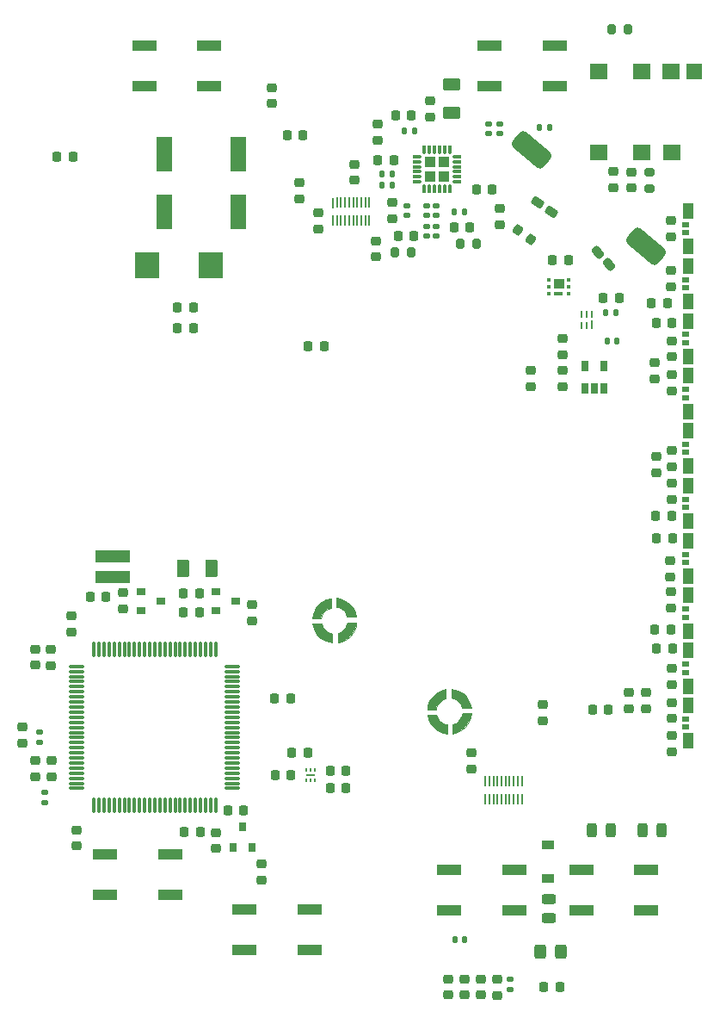
<source format=gbr>
G04 #@! TF.GenerationSoftware,KiCad,Pcbnew,6.0.2+dfsg-1*
G04 #@! TF.CreationDate,2022-08-23T15:38:09-04:00*
G04 #@! TF.ProjectId,RUSP_Mainboard,52555350-5f4d-4616-996e-626f6172642e,rev?*
G04 #@! TF.SameCoordinates,Original*
G04 #@! TF.FileFunction,Paste,Bot*
G04 #@! TF.FilePolarity,Positive*
%FSLAX46Y46*%
G04 Gerber Fmt 4.6, Leading zero omitted, Abs format (unit mm)*
G04 Created by KiCad (PCBNEW 6.0.2+dfsg-1) date 2022-08-23 15:38:09*
%MOMM*%
%LPD*%
G01*
G04 APERTURE LIST*
G04 Aperture macros list*
%AMRoundRect*
0 Rectangle with rounded corners*
0 $1 Rounding radius*
0 $2 $3 $4 $5 $6 $7 $8 $9 X,Y pos of 4 corners*
0 Add a 4 corners polygon primitive as box body*
4,1,4,$2,$3,$4,$5,$6,$7,$8,$9,$2,$3,0*
0 Add four circle primitives for the rounded corners*
1,1,$1+$1,$2,$3*
1,1,$1+$1,$4,$5*
1,1,$1+$1,$6,$7*
1,1,$1+$1,$8,$9*
0 Add four rect primitives between the rounded corners*
20,1,$1+$1,$2,$3,$4,$5,0*
20,1,$1+$1,$4,$5,$6,$7,0*
20,1,$1+$1,$6,$7,$8,$9,0*
20,1,$1+$1,$8,$9,$2,$3,0*%
%AMFreePoly0*
4,1,10,0.140000,0.000000,0.121244,-0.070000,0.070000,-0.121244,0.000000,-0.140000,-0.070000,-0.121244,-0.121244,-0.070000,-0.140000,0.000000,-0.140000,0.710000,0.140000,0.710000,0.140000,0.000000,0.140000,0.000000,$1*%
G04 Aperture macros list end*
%ADD10C,0.100000*%
%ADD11C,0.010000*%
%ADD12R,0.900000X0.800000*%
%ADD13RoundRect,0.218750X-0.256250X0.218750X-0.256250X-0.218750X0.256250X-0.218750X0.256250X0.218750X0*%
%ADD14RoundRect,0.218750X-0.218750X-0.256250X0.218750X-0.256250X0.218750X0.256250X-0.218750X0.256250X0*%
%ADD15RoundRect,0.218750X0.218750X0.256250X-0.218750X0.256250X-0.218750X-0.256250X0.218750X-0.256250X0*%
%ADD16RoundRect,0.218750X0.256250X-0.218750X0.256250X0.218750X-0.256250X0.218750X-0.256250X-0.218750X0*%
%ADD17RoundRect,0.147500X0.172500X-0.147500X0.172500X0.147500X-0.172500X0.147500X-0.172500X-0.147500X0*%
%ADD18RoundRect,0.147500X0.147500X0.172500X-0.147500X0.172500X-0.147500X-0.172500X0.147500X-0.172500X0*%
%ADD19RoundRect,0.147500X-0.172500X0.147500X-0.172500X-0.147500X0.172500X-0.147500X0.172500X0.147500X0*%
%ADD20RoundRect,0.225000X-0.250000X0.225000X-0.250000X-0.225000X0.250000X-0.225000X0.250000X0.225000X0*%
%ADD21RoundRect,0.225000X-0.225000X-0.250000X0.225000X-0.250000X0.225000X0.250000X-0.225000X0.250000X0*%
%ADD22R,1.600000X3.500000*%
%ADD23R,2.400000X1.100000*%
%ADD24R,1.600000X1.600000*%
%ADD25R,1.800000X1.600000*%
%ADD26RoundRect,0.243750X-0.243750X-0.456250X0.243750X-0.456250X0.243750X0.456250X-0.243750X0.456250X0*%
%ADD27RoundRect,0.225000X0.225000X0.250000X-0.225000X0.250000X-0.225000X-0.250000X0.225000X-0.250000X0*%
%ADD28R,0.800000X0.500000*%
%ADD29R,1.000000X1.500000*%
%ADD30RoundRect,0.250000X0.375000X0.625000X-0.375000X0.625000X-0.375000X-0.625000X0.375000X-0.625000X0*%
%ADD31R,1.100000X1.100000*%
%ADD32FreePoly0,90.000000*%
%ADD33FreePoly0,0.000000*%
%ADD34FreePoly0,270.000000*%
%ADD35FreePoly0,180.000000*%
%ADD36RoundRect,0.147500X-0.147500X-0.172500X0.147500X-0.172500X0.147500X0.172500X-0.147500X0.172500X0*%
%ADD37RoundRect,0.212500X0.425571X-0.155068X-0.109734X0.439448X-0.425571X0.155068X0.109734X-0.439448X0*%
%ADD38RoundRect,0.200000X-0.200000X-0.275000X0.200000X-0.275000X0.200000X0.275000X-0.200000X0.275000X0*%
%ADD39R,0.280000X0.850000*%
%ADD40R,0.280000X0.750000*%
%ADD41R,0.450000X0.300000*%
%ADD42R,3.400000X1.200000*%
%ADD43R,0.650000X1.060000*%
%ADD44RoundRect,0.243750X-0.456250X0.243750X-0.456250X-0.243750X0.456250X-0.243750X0.456250X0.243750X0*%
%ADD45R,2.370000X2.550000*%
%ADD46R,1.200000X0.900000*%
%ADD47R,0.180000X1.100000*%
%ADD48R,0.180000X1.000000*%
%ADD49RoundRect,0.249999X0.325001X0.450001X-0.325001X0.450001X-0.325001X-0.450001X0.325001X-0.450001X0*%
%ADD50R,0.800000X0.900000*%
%ADD51RoundRect,0.250000X0.625000X-0.375000X0.625000X0.375000X-0.625000X0.375000X-0.625000X-0.375000X0*%
%ADD52RoundRect,0.218750X-0.326168X-0.084438X0.032211X-0.335378X0.326168X0.084438X-0.032211X0.335378X0*%
%ADD53RoundRect,0.212500X0.449546X-0.055361X-0.205776X0.403500X-0.449546X0.055361X0.205776X-0.403500X0*%
%ADD54R,0.940000X0.250000*%
%ADD55R,0.180000X0.350000*%
%ADD56RoundRect,0.070000X0.070000X-0.667500X0.070000X0.667500X-0.070000X0.667500X-0.070000X-0.667500X0*%
%ADD57RoundRect,0.070000X0.667500X-0.070000X0.667500X0.070000X-0.667500X0.070000X-0.667500X-0.070000X0*%
%ADD58RoundRect,0.500000X1.470460X-0.581159X-0.827673X1.347204X-1.470460X0.581159X0.827673X-1.347204X0*%
%ADD59RoundRect,0.200000X0.200000X0.275000X-0.200000X0.275000X-0.200000X-0.275000X0.200000X-0.275000X0*%
%ADD60RoundRect,0.200000X-0.275000X0.200000X-0.275000X-0.200000X0.275000X-0.200000X0.275000X0.200000X0*%
G04 APERTURE END LIST*
D10*
X146300000Y-117550000D02*
X146750000Y-117300000D01*
X146750000Y-117300000D02*
X147050000Y-117050000D01*
X147050000Y-117050000D02*
X147300000Y-116750000D01*
X147300000Y-116750000D02*
X147525000Y-116325000D01*
X147525000Y-116325000D02*
X147625000Y-116025000D01*
X147625000Y-116025000D02*
X147675000Y-115700000D01*
X147675000Y-115700000D02*
X146800000Y-115700000D01*
X146800000Y-115700000D02*
X146750000Y-115925000D01*
X146750000Y-115925000D02*
X146625000Y-116175000D01*
X146625000Y-116175000D02*
X146400000Y-116450000D01*
X146400000Y-116450000D02*
X146150000Y-116650000D01*
X146150000Y-116650000D02*
X145850000Y-116750000D01*
X145850000Y-116750000D02*
X145850000Y-117675000D01*
X145850000Y-117675000D02*
X146300000Y-117550000D01*
G36*
X147625000Y-116025000D02*
G01*
X147525000Y-116325000D01*
X147300000Y-116750000D01*
X147050000Y-117050000D01*
X146750000Y-117300000D01*
X146300000Y-117550000D01*
X145850000Y-117675000D01*
X145850000Y-116750000D01*
X146150000Y-116650000D01*
X146400000Y-116450000D01*
X146625000Y-116175000D01*
X146750000Y-115925000D01*
X146800000Y-115700000D01*
X147675000Y-115700000D01*
X147625000Y-116025000D01*
G37*
X147625000Y-116025000D02*
X147525000Y-116325000D01*
X147300000Y-116750000D01*
X147050000Y-117050000D01*
X146750000Y-117300000D01*
X146300000Y-117550000D01*
X145850000Y-117675000D01*
X145850000Y-116750000D01*
X146150000Y-116650000D01*
X146400000Y-116450000D01*
X146625000Y-116175000D01*
X146750000Y-115925000D01*
X146800000Y-115700000D01*
X147675000Y-115700000D01*
X147625000Y-116025000D01*
X144700000Y-113450000D02*
X144250000Y-113700000D01*
X144250000Y-113700000D02*
X143950000Y-113950000D01*
X143950000Y-113950000D02*
X143700000Y-114250000D01*
X143700000Y-114250000D02*
X143475000Y-114675000D01*
X143475000Y-114675000D02*
X143375000Y-114975000D01*
X143375000Y-114975000D02*
X143325000Y-115300000D01*
X143325000Y-115300000D02*
X144200000Y-115300000D01*
X144200000Y-115300000D02*
X144250000Y-115075000D01*
X144250000Y-115075000D02*
X144375000Y-114825000D01*
X144375000Y-114825000D02*
X144600000Y-114550000D01*
X144600000Y-114550000D02*
X144850000Y-114350000D01*
X144850000Y-114350000D02*
X145150000Y-114250000D01*
X145150000Y-114250000D02*
X145150000Y-113325000D01*
X145150000Y-113325000D02*
X144700000Y-113450000D01*
G36*
X145150000Y-114250000D02*
G01*
X144850000Y-114350000D01*
X144600000Y-114550000D01*
X144375000Y-114825000D01*
X144250000Y-115075000D01*
X144200000Y-115300000D01*
X143325000Y-115300000D01*
X143375000Y-114975000D01*
X143475000Y-114675000D01*
X143700000Y-114250000D01*
X143950000Y-113950000D01*
X144250000Y-113700000D01*
X144700000Y-113450000D01*
X145150000Y-113325000D01*
X145150000Y-114250000D01*
G37*
X145150000Y-114250000D02*
X144850000Y-114350000D01*
X144600000Y-114550000D01*
X144375000Y-114825000D01*
X144250000Y-115075000D01*
X144200000Y-115300000D01*
X143325000Y-115300000D01*
X143375000Y-114975000D01*
X143475000Y-114675000D01*
X143700000Y-114250000D01*
X143950000Y-113950000D01*
X144250000Y-113700000D01*
X144700000Y-113450000D01*
X145150000Y-113325000D01*
X145150000Y-114250000D01*
X146300000Y-117550000D02*
X146750000Y-117300000D01*
X146750000Y-117300000D02*
X147050000Y-117050000D01*
X147050000Y-117050000D02*
X147300000Y-116750000D01*
X147300000Y-116750000D02*
X147525000Y-116325000D01*
X147525000Y-116325000D02*
X147625000Y-116025000D01*
X147625000Y-116025000D02*
X147675000Y-115700000D01*
X147675000Y-115700000D02*
X146800000Y-115700000D01*
X146800000Y-115700000D02*
X146750000Y-115925000D01*
X146750000Y-115925000D02*
X146625000Y-116175000D01*
X146625000Y-116175000D02*
X146400000Y-116450000D01*
X146400000Y-116450000D02*
X146150000Y-116650000D01*
X146150000Y-116650000D02*
X145850000Y-116750000D01*
X145850000Y-116750000D02*
X145850000Y-117675000D01*
X145850000Y-117675000D02*
X146300000Y-117550000D01*
G36*
X147625000Y-116025000D02*
G01*
X147525000Y-116325000D01*
X147300000Y-116750000D01*
X147050000Y-117050000D01*
X146750000Y-117300000D01*
X146300000Y-117550000D01*
X145850000Y-117675000D01*
X145850000Y-116750000D01*
X146150000Y-116650000D01*
X146400000Y-116450000D01*
X146625000Y-116175000D01*
X146750000Y-115925000D01*
X146800000Y-115700000D01*
X147675000Y-115700000D01*
X147625000Y-116025000D01*
G37*
X147625000Y-116025000D02*
X147525000Y-116325000D01*
X147300000Y-116750000D01*
X147050000Y-117050000D01*
X146750000Y-117300000D01*
X146300000Y-117550000D01*
X145850000Y-117675000D01*
X145850000Y-116750000D01*
X146150000Y-116650000D01*
X146400000Y-116450000D01*
X146625000Y-116175000D01*
X146750000Y-115925000D01*
X146800000Y-115700000D01*
X147675000Y-115700000D01*
X147625000Y-116025000D01*
X147550000Y-114675000D02*
X147300000Y-114225000D01*
X147300000Y-114225000D02*
X147050000Y-113925000D01*
X147050000Y-113925000D02*
X146750000Y-113675000D01*
X146750000Y-113675000D02*
X146325000Y-113450000D01*
X146325000Y-113450000D02*
X146025000Y-113350000D01*
X146025000Y-113350000D02*
X145700000Y-113300000D01*
X145700000Y-113300000D02*
X145700000Y-114175000D01*
X145700000Y-114175000D02*
X145925000Y-114225000D01*
X145925000Y-114225000D02*
X146175000Y-114350000D01*
X146175000Y-114350000D02*
X146450000Y-114575000D01*
X146450000Y-114575000D02*
X146650000Y-114825000D01*
X146650000Y-114825000D02*
X146750000Y-115125000D01*
X146750000Y-115125000D02*
X147675000Y-115125000D01*
X147675000Y-115125000D02*
X147550000Y-114675000D01*
G36*
X146025000Y-113350000D02*
G01*
X146325000Y-113450000D01*
X146750000Y-113675000D01*
X147050000Y-113925000D01*
X147300000Y-114225000D01*
X147550000Y-114675000D01*
X147675000Y-115125000D01*
X146750000Y-115125000D01*
X146650000Y-114825000D01*
X146450000Y-114575000D01*
X146175000Y-114350000D01*
X145925000Y-114225000D01*
X145700000Y-114175000D01*
X145700000Y-113300000D01*
X146025000Y-113350000D01*
G37*
X146025000Y-113350000D02*
X146325000Y-113450000D01*
X146750000Y-113675000D01*
X147050000Y-113925000D01*
X147300000Y-114225000D01*
X147550000Y-114675000D01*
X147675000Y-115125000D01*
X146750000Y-115125000D01*
X146650000Y-114825000D01*
X146450000Y-114575000D01*
X146175000Y-114350000D01*
X145925000Y-114225000D01*
X145700000Y-114175000D01*
X145700000Y-113300000D01*
X146025000Y-113350000D01*
X143450000Y-116300000D02*
X143700000Y-116750000D01*
X143700000Y-116750000D02*
X143950000Y-117050000D01*
X143950000Y-117050000D02*
X144250000Y-117300000D01*
X144250000Y-117300000D02*
X144675000Y-117525000D01*
X144675000Y-117525000D02*
X144975000Y-117625000D01*
X144975000Y-117625000D02*
X145300000Y-117675000D01*
X145300000Y-117675000D02*
X145300000Y-116800000D01*
X145300000Y-116800000D02*
X145075000Y-116750000D01*
X145075000Y-116750000D02*
X144825000Y-116625000D01*
X144825000Y-116625000D02*
X144550000Y-116400000D01*
X144550000Y-116400000D02*
X144350000Y-116150000D01*
X144350000Y-116150000D02*
X144250000Y-115850000D01*
X144250000Y-115850000D02*
X143325000Y-115850000D01*
X143325000Y-115850000D02*
X143450000Y-116300000D01*
G36*
X144350000Y-116150000D02*
G01*
X144550000Y-116400000D01*
X144825000Y-116625000D01*
X145075000Y-116750000D01*
X145300000Y-116800000D01*
X145300000Y-117675000D01*
X144975000Y-117625000D01*
X144675000Y-117525000D01*
X144250000Y-117300000D01*
X143950000Y-117050000D01*
X143700000Y-116750000D01*
X143450000Y-116300000D01*
X143325000Y-115850000D01*
X144250000Y-115850000D01*
X144350000Y-116150000D01*
G37*
X144350000Y-116150000D02*
X144550000Y-116400000D01*
X144825000Y-116625000D01*
X145075000Y-116750000D01*
X145300000Y-116800000D01*
X145300000Y-117675000D01*
X144975000Y-117625000D01*
X144675000Y-117525000D01*
X144250000Y-117300000D01*
X143950000Y-117050000D01*
X143700000Y-116750000D01*
X143450000Y-116300000D01*
X143325000Y-115850000D01*
X144250000Y-115850000D01*
X144350000Y-116150000D01*
X156000000Y-122400000D02*
X155550000Y-122650000D01*
X155550000Y-122650000D02*
X155250000Y-122900000D01*
X155250000Y-122900000D02*
X155000000Y-123200000D01*
X155000000Y-123200000D02*
X154775000Y-123625000D01*
X154775000Y-123625000D02*
X154675000Y-123925000D01*
X154675000Y-123925000D02*
X154625000Y-124250000D01*
X154625000Y-124250000D02*
X155500000Y-124250000D01*
X155500000Y-124250000D02*
X155550000Y-124025000D01*
X155550000Y-124025000D02*
X155675000Y-123775000D01*
X155675000Y-123775000D02*
X155900000Y-123500000D01*
X155900000Y-123500000D02*
X156150000Y-123300000D01*
X156150000Y-123300000D02*
X156450000Y-123200000D01*
X156450000Y-123200000D02*
X156450000Y-122275000D01*
X156450000Y-122275000D02*
X156000000Y-122400000D01*
G36*
X156450000Y-123200000D02*
G01*
X156150000Y-123300000D01*
X155900000Y-123500000D01*
X155675000Y-123775000D01*
X155550000Y-124025000D01*
X155500000Y-124250000D01*
X154625000Y-124250000D01*
X154675000Y-123925000D01*
X154775000Y-123625000D01*
X155000000Y-123200000D01*
X155250000Y-122900000D01*
X155550000Y-122650000D01*
X156000000Y-122400000D01*
X156450000Y-122275000D01*
X156450000Y-123200000D01*
G37*
X156450000Y-123200000D02*
X156150000Y-123300000D01*
X155900000Y-123500000D01*
X155675000Y-123775000D01*
X155550000Y-124025000D01*
X155500000Y-124250000D01*
X154625000Y-124250000D01*
X154675000Y-123925000D01*
X154775000Y-123625000D01*
X155000000Y-123200000D01*
X155250000Y-122900000D01*
X155550000Y-122650000D01*
X156000000Y-122400000D01*
X156450000Y-122275000D01*
X156450000Y-123200000D01*
X157600000Y-126500000D02*
X158050000Y-126250000D01*
X158050000Y-126250000D02*
X158350000Y-126000000D01*
X158350000Y-126000000D02*
X158600000Y-125700000D01*
X158600000Y-125700000D02*
X158825000Y-125275000D01*
X158825000Y-125275000D02*
X158925000Y-124975000D01*
X158925000Y-124975000D02*
X158975000Y-124650000D01*
X158975000Y-124650000D02*
X158100000Y-124650000D01*
X158100000Y-124650000D02*
X158050000Y-124875000D01*
X158050000Y-124875000D02*
X157925000Y-125125000D01*
X157925000Y-125125000D02*
X157700000Y-125400000D01*
X157700000Y-125400000D02*
X157450000Y-125600000D01*
X157450000Y-125600000D02*
X157150000Y-125700000D01*
X157150000Y-125700000D02*
X157150000Y-126625000D01*
X157150000Y-126625000D02*
X157600000Y-126500000D01*
G36*
X158925000Y-124975000D02*
G01*
X158825000Y-125275000D01*
X158600000Y-125700000D01*
X158350000Y-126000000D01*
X158050000Y-126250000D01*
X157600000Y-126500000D01*
X157150000Y-126625000D01*
X157150000Y-125700000D01*
X157450000Y-125600000D01*
X157700000Y-125400000D01*
X157925000Y-125125000D01*
X158050000Y-124875000D01*
X158100000Y-124650000D01*
X158975000Y-124650000D01*
X158925000Y-124975000D01*
G37*
X158925000Y-124975000D02*
X158825000Y-125275000D01*
X158600000Y-125700000D01*
X158350000Y-126000000D01*
X158050000Y-126250000D01*
X157600000Y-126500000D01*
X157150000Y-126625000D01*
X157150000Y-125700000D01*
X157450000Y-125600000D01*
X157700000Y-125400000D01*
X157925000Y-125125000D01*
X158050000Y-124875000D01*
X158100000Y-124650000D01*
X158975000Y-124650000D01*
X158925000Y-124975000D01*
X154750000Y-125250000D02*
X155000000Y-125700000D01*
X155000000Y-125700000D02*
X155250000Y-126000000D01*
X155250000Y-126000000D02*
X155550000Y-126250000D01*
X155550000Y-126250000D02*
X155975000Y-126475000D01*
X155975000Y-126475000D02*
X156275000Y-126575000D01*
X156275000Y-126575000D02*
X156600000Y-126625000D01*
X156600000Y-126625000D02*
X156600000Y-125750000D01*
X156600000Y-125750000D02*
X156375000Y-125700000D01*
X156375000Y-125700000D02*
X156125000Y-125575000D01*
X156125000Y-125575000D02*
X155850000Y-125350000D01*
X155850000Y-125350000D02*
X155650000Y-125100000D01*
X155650000Y-125100000D02*
X155550000Y-124800000D01*
X155550000Y-124800000D02*
X154625000Y-124800000D01*
X154625000Y-124800000D02*
X154750000Y-125250000D01*
G36*
X155650000Y-125100000D02*
G01*
X155850000Y-125350000D01*
X156125000Y-125575000D01*
X156375000Y-125700000D01*
X156600000Y-125750000D01*
X156600000Y-126625000D01*
X156275000Y-126575000D01*
X155975000Y-126475000D01*
X155550000Y-126250000D01*
X155250000Y-126000000D01*
X155000000Y-125700000D01*
X154750000Y-125250000D01*
X154625000Y-124800000D01*
X155550000Y-124800000D01*
X155650000Y-125100000D01*
G37*
X155650000Y-125100000D02*
X155850000Y-125350000D01*
X156125000Y-125575000D01*
X156375000Y-125700000D01*
X156600000Y-125750000D01*
X156600000Y-126625000D01*
X156275000Y-126575000D01*
X155975000Y-126475000D01*
X155550000Y-126250000D01*
X155250000Y-126000000D01*
X155000000Y-125700000D01*
X154750000Y-125250000D01*
X154625000Y-124800000D01*
X155550000Y-124800000D01*
X155650000Y-125100000D01*
X157600000Y-126500000D02*
X158050000Y-126250000D01*
X158050000Y-126250000D02*
X158350000Y-126000000D01*
X158350000Y-126000000D02*
X158600000Y-125700000D01*
X158600000Y-125700000D02*
X158825000Y-125275000D01*
X158825000Y-125275000D02*
X158925000Y-124975000D01*
X158925000Y-124975000D02*
X158975000Y-124650000D01*
X158975000Y-124650000D02*
X158100000Y-124650000D01*
X158100000Y-124650000D02*
X158050000Y-124875000D01*
X158050000Y-124875000D02*
X157925000Y-125125000D01*
X157925000Y-125125000D02*
X157700000Y-125400000D01*
X157700000Y-125400000D02*
X157450000Y-125600000D01*
X157450000Y-125600000D02*
X157150000Y-125700000D01*
X157150000Y-125700000D02*
X157150000Y-126625000D01*
X157150000Y-126625000D02*
X157600000Y-126500000D01*
G36*
X158925000Y-124975000D02*
G01*
X158825000Y-125275000D01*
X158600000Y-125700000D01*
X158350000Y-126000000D01*
X158050000Y-126250000D01*
X157600000Y-126500000D01*
X157150000Y-126625000D01*
X157150000Y-125700000D01*
X157450000Y-125600000D01*
X157700000Y-125400000D01*
X157925000Y-125125000D01*
X158050000Y-124875000D01*
X158100000Y-124650000D01*
X158975000Y-124650000D01*
X158925000Y-124975000D01*
G37*
X158925000Y-124975000D02*
X158825000Y-125275000D01*
X158600000Y-125700000D01*
X158350000Y-126000000D01*
X158050000Y-126250000D01*
X157600000Y-126500000D01*
X157150000Y-126625000D01*
X157150000Y-125700000D01*
X157450000Y-125600000D01*
X157700000Y-125400000D01*
X157925000Y-125125000D01*
X158050000Y-124875000D01*
X158100000Y-124650000D01*
X158975000Y-124650000D01*
X158925000Y-124975000D01*
X158850000Y-123625000D02*
X158600000Y-123175000D01*
X158600000Y-123175000D02*
X158350000Y-122875000D01*
X158350000Y-122875000D02*
X158050000Y-122625000D01*
X158050000Y-122625000D02*
X157625000Y-122400000D01*
X157625000Y-122400000D02*
X157325000Y-122300000D01*
X157325000Y-122300000D02*
X157000000Y-122250000D01*
X157000000Y-122250000D02*
X157000000Y-123125000D01*
X157000000Y-123125000D02*
X157225000Y-123175000D01*
X157225000Y-123175000D02*
X157475000Y-123300000D01*
X157475000Y-123300000D02*
X157750000Y-123525000D01*
X157750000Y-123525000D02*
X157950000Y-123775000D01*
X157950000Y-123775000D02*
X158050000Y-124075000D01*
X158050000Y-124075000D02*
X158975000Y-124075000D01*
X158975000Y-124075000D02*
X158850000Y-123625000D01*
G36*
X157325000Y-122300000D02*
G01*
X157625000Y-122400000D01*
X158050000Y-122625000D01*
X158350000Y-122875000D01*
X158600000Y-123175000D01*
X158850000Y-123625000D01*
X158975000Y-124075000D01*
X158050000Y-124075000D01*
X157950000Y-123775000D01*
X157750000Y-123525000D01*
X157475000Y-123300000D01*
X157225000Y-123175000D01*
X157000000Y-123125000D01*
X157000000Y-122250000D01*
X157325000Y-122300000D01*
G37*
X157325000Y-122300000D02*
X157625000Y-122400000D01*
X158050000Y-122625000D01*
X158350000Y-122875000D01*
X158600000Y-123175000D01*
X158850000Y-123625000D01*
X158975000Y-124075000D01*
X158050000Y-124075000D01*
X157950000Y-123775000D01*
X157750000Y-123525000D01*
X157475000Y-123300000D01*
X157225000Y-123175000D01*
X157000000Y-123125000D01*
X157000000Y-122250000D01*
X157325000Y-122300000D01*
D11*
X168000000Y-81945000D02*
X167200000Y-81945000D01*
X167200000Y-81945000D02*
X167197383Y-81945069D01*
X167197383Y-81945069D02*
X167194774Y-81945274D01*
X167194774Y-81945274D02*
X167192178Y-81945616D01*
X167192178Y-81945616D02*
X167189604Y-81946093D01*
X167189604Y-81946093D02*
X167187059Y-81946704D01*
X167187059Y-81946704D02*
X167184549Y-81947447D01*
X167184549Y-81947447D02*
X167182082Y-81948321D01*
X167182082Y-81948321D02*
X167179663Y-81949323D01*
X167179663Y-81949323D02*
X167177300Y-81950450D01*
X167177300Y-81950450D02*
X167175000Y-81951699D01*
X167175000Y-81951699D02*
X167172768Y-81953066D01*
X167172768Y-81953066D02*
X167170611Y-81954549D01*
X167170611Y-81954549D02*
X167168534Y-81956143D01*
X167168534Y-81956143D02*
X167166543Y-81957843D01*
X167166543Y-81957843D02*
X167164645Y-81959645D01*
X167164645Y-81959645D02*
X167162843Y-81961543D01*
X167162843Y-81961543D02*
X167161143Y-81963534D01*
X167161143Y-81963534D02*
X167159549Y-81965611D01*
X167159549Y-81965611D02*
X167158066Y-81967768D01*
X167158066Y-81967768D02*
X167156699Y-81970000D01*
X167156699Y-81970000D02*
X167155450Y-81972300D01*
X167155450Y-81972300D02*
X167154323Y-81974663D01*
X167154323Y-81974663D02*
X167153321Y-81977082D01*
X167153321Y-81977082D02*
X167152447Y-81979549D01*
X167152447Y-81979549D02*
X167151704Y-81982059D01*
X167151704Y-81982059D02*
X167151093Y-81984604D01*
X167151093Y-81984604D02*
X167150616Y-81987178D01*
X167150616Y-81987178D02*
X167150274Y-81989774D01*
X167150274Y-81989774D02*
X167150069Y-81992383D01*
X167150069Y-81992383D02*
X167150000Y-81995000D01*
X167150000Y-81995000D02*
X167150000Y-82755000D01*
X167150000Y-82755000D02*
X167150069Y-82757617D01*
X167150069Y-82757617D02*
X167150274Y-82760226D01*
X167150274Y-82760226D02*
X167150616Y-82762822D01*
X167150616Y-82762822D02*
X167151093Y-82765396D01*
X167151093Y-82765396D02*
X167151704Y-82767941D01*
X167151704Y-82767941D02*
X167152447Y-82770451D01*
X167152447Y-82770451D02*
X167153321Y-82772918D01*
X167153321Y-82772918D02*
X167154323Y-82775337D01*
X167154323Y-82775337D02*
X167155450Y-82777700D01*
X167155450Y-82777700D02*
X167156699Y-82780000D01*
X167156699Y-82780000D02*
X167158066Y-82782232D01*
X167158066Y-82782232D02*
X167159549Y-82784389D01*
X167159549Y-82784389D02*
X167161143Y-82786466D01*
X167161143Y-82786466D02*
X167162843Y-82788457D01*
X167162843Y-82788457D02*
X167164645Y-82790355D01*
X167164645Y-82790355D02*
X167166543Y-82792157D01*
X167166543Y-82792157D02*
X167168534Y-82793857D01*
X167168534Y-82793857D02*
X167170611Y-82795451D01*
X167170611Y-82795451D02*
X167172768Y-82796934D01*
X167172768Y-82796934D02*
X167175000Y-82798301D01*
X167175000Y-82798301D02*
X167177300Y-82799550D01*
X167177300Y-82799550D02*
X167179663Y-82800677D01*
X167179663Y-82800677D02*
X167182082Y-82801679D01*
X167182082Y-82801679D02*
X167184549Y-82802553D01*
X167184549Y-82802553D02*
X167187059Y-82803296D01*
X167187059Y-82803296D02*
X167189604Y-82803907D01*
X167189604Y-82803907D02*
X167192178Y-82804384D01*
X167192178Y-82804384D02*
X167194774Y-82804726D01*
X167194774Y-82804726D02*
X167197383Y-82804931D01*
X167197383Y-82804931D02*
X167200000Y-82805000D01*
X167200000Y-82805000D02*
X168000000Y-82805000D01*
X168000000Y-82805000D02*
X168002617Y-82804931D01*
X168002617Y-82804931D02*
X168005226Y-82804726D01*
X168005226Y-82804726D02*
X168007822Y-82804384D01*
X168007822Y-82804384D02*
X168010396Y-82803907D01*
X168010396Y-82803907D02*
X168012941Y-82803296D01*
X168012941Y-82803296D02*
X168015451Y-82802553D01*
X168015451Y-82802553D02*
X168017918Y-82801679D01*
X168017918Y-82801679D02*
X168020337Y-82800677D01*
X168020337Y-82800677D02*
X168022700Y-82799550D01*
X168022700Y-82799550D02*
X168025000Y-82798301D01*
X168025000Y-82798301D02*
X168027232Y-82796934D01*
X168027232Y-82796934D02*
X168029389Y-82795451D01*
X168029389Y-82795451D02*
X168031466Y-82793857D01*
X168031466Y-82793857D02*
X168033457Y-82792157D01*
X168033457Y-82792157D02*
X168035355Y-82790355D01*
X168035355Y-82790355D02*
X168037157Y-82788457D01*
X168037157Y-82788457D02*
X168038857Y-82786466D01*
X168038857Y-82786466D02*
X168040451Y-82784389D01*
X168040451Y-82784389D02*
X168041934Y-82782232D01*
X168041934Y-82782232D02*
X168043301Y-82780000D01*
X168043301Y-82780000D02*
X168044550Y-82777700D01*
X168044550Y-82777700D02*
X168045677Y-82775337D01*
X168045677Y-82775337D02*
X168046679Y-82772918D01*
X168046679Y-82772918D02*
X168047553Y-82770451D01*
X168047553Y-82770451D02*
X168048296Y-82767941D01*
X168048296Y-82767941D02*
X168048907Y-82765396D01*
X168048907Y-82765396D02*
X168049384Y-82762822D01*
X168049384Y-82762822D02*
X168049726Y-82760226D01*
X168049726Y-82760226D02*
X168049931Y-82757617D01*
X168049931Y-82757617D02*
X168050000Y-82755000D01*
X168050000Y-82755000D02*
X168050000Y-81995000D01*
X168050000Y-81995000D02*
X168049931Y-81992383D01*
X168049931Y-81992383D02*
X168049726Y-81989774D01*
X168049726Y-81989774D02*
X168049384Y-81987178D01*
X168049384Y-81987178D02*
X168048907Y-81984604D01*
X168048907Y-81984604D02*
X168048296Y-81982059D01*
X168048296Y-81982059D02*
X168047553Y-81979549D01*
X168047553Y-81979549D02*
X168046679Y-81977082D01*
X168046679Y-81977082D02*
X168045677Y-81974663D01*
X168045677Y-81974663D02*
X168044550Y-81972300D01*
X168044550Y-81972300D02*
X168043301Y-81970000D01*
X168043301Y-81970000D02*
X168041934Y-81967768D01*
X168041934Y-81967768D02*
X168040451Y-81965611D01*
X168040451Y-81965611D02*
X168038857Y-81963534D01*
X168038857Y-81963534D02*
X168037157Y-81961543D01*
X168037157Y-81961543D02*
X168035355Y-81959645D01*
X168035355Y-81959645D02*
X168033457Y-81957843D01*
X168033457Y-81957843D02*
X168031466Y-81956143D01*
X168031466Y-81956143D02*
X168029389Y-81954549D01*
X168029389Y-81954549D02*
X168027232Y-81953066D01*
X168027232Y-81953066D02*
X168025000Y-81951699D01*
X168025000Y-81951699D02*
X168022700Y-81950450D01*
X168022700Y-81950450D02*
X168020337Y-81949323D01*
X168020337Y-81949323D02*
X168017918Y-81948321D01*
X168017918Y-81948321D02*
X168015451Y-81947447D01*
X168015451Y-81947447D02*
X168012941Y-81946704D01*
X168012941Y-81946704D02*
X168010396Y-81946093D01*
X168010396Y-81946093D02*
X168007822Y-81945616D01*
X168007822Y-81945616D02*
X168005226Y-81945274D01*
X168005226Y-81945274D02*
X168002617Y-81945069D01*
X168002617Y-81945069D02*
X168000000Y-81945000D01*
X168000000Y-81945000D02*
X168000000Y-81945000D01*
G36*
X168002617Y-81945069D02*
G01*
X168005226Y-81945274D01*
X168007822Y-81945616D01*
X168010396Y-81946093D01*
X168012941Y-81946704D01*
X168015451Y-81947447D01*
X168017918Y-81948321D01*
X168020337Y-81949323D01*
X168022700Y-81950450D01*
X168025000Y-81951699D01*
X168027232Y-81953066D01*
X168029389Y-81954549D01*
X168031466Y-81956143D01*
X168033457Y-81957843D01*
X168035355Y-81959645D01*
X168037157Y-81961543D01*
X168038857Y-81963534D01*
X168040451Y-81965611D01*
X168041934Y-81967768D01*
X168043301Y-81970000D01*
X168044550Y-81972300D01*
X168045677Y-81974663D01*
X168046679Y-81977082D01*
X168047553Y-81979549D01*
X168048296Y-81982059D01*
X168048907Y-81984604D01*
X168049384Y-81987178D01*
X168049726Y-81989774D01*
X168049931Y-81992383D01*
X168050000Y-81995000D01*
X168050000Y-82755000D01*
X168049931Y-82757617D01*
X168049726Y-82760226D01*
X168049384Y-82762822D01*
X168048907Y-82765396D01*
X168048296Y-82767941D01*
X168047553Y-82770451D01*
X168046679Y-82772918D01*
X168045677Y-82775337D01*
X168044550Y-82777700D01*
X168043301Y-82780000D01*
X168041934Y-82782232D01*
X168040451Y-82784389D01*
X168038857Y-82786466D01*
X168037157Y-82788457D01*
X168035355Y-82790355D01*
X168033457Y-82792157D01*
X168031466Y-82793857D01*
X168029389Y-82795451D01*
X168027232Y-82796934D01*
X168025000Y-82798301D01*
X168022700Y-82799550D01*
X168020337Y-82800677D01*
X168017918Y-82801679D01*
X168015451Y-82802553D01*
X168012941Y-82803296D01*
X168010396Y-82803907D01*
X168007822Y-82804384D01*
X168005226Y-82804726D01*
X168002617Y-82804931D01*
X168000000Y-82805000D01*
X167200000Y-82805000D01*
X167197383Y-82804931D01*
X167194774Y-82804726D01*
X167192178Y-82804384D01*
X167189604Y-82803907D01*
X167187059Y-82803296D01*
X167184549Y-82802553D01*
X167182082Y-82801679D01*
X167179663Y-82800677D01*
X167177300Y-82799550D01*
X167175000Y-82798301D01*
X167172768Y-82796934D01*
X167170611Y-82795451D01*
X167168534Y-82793857D01*
X167166543Y-82792157D01*
X167164645Y-82790355D01*
X167162843Y-82788457D01*
X167161143Y-82786466D01*
X167159549Y-82784389D01*
X167158066Y-82782232D01*
X167156699Y-82780000D01*
X167155450Y-82777700D01*
X167154323Y-82775337D01*
X167153321Y-82772918D01*
X167152447Y-82770451D01*
X167151704Y-82767941D01*
X167151093Y-82765396D01*
X167150616Y-82762822D01*
X167150274Y-82760226D01*
X167150069Y-82757617D01*
X167150000Y-82755000D01*
X167150000Y-81995000D01*
X167150069Y-81992383D01*
X167150274Y-81989774D01*
X167150616Y-81987178D01*
X167151093Y-81984604D01*
X167151704Y-81982059D01*
X167152447Y-81979549D01*
X167153321Y-81977082D01*
X167154323Y-81974663D01*
X167155450Y-81972300D01*
X167156699Y-81970000D01*
X167158066Y-81967768D01*
X167159549Y-81965611D01*
X167161143Y-81963534D01*
X167162843Y-81961543D01*
X167164645Y-81959645D01*
X167166543Y-81957843D01*
X167168534Y-81956143D01*
X167170611Y-81954549D01*
X167172768Y-81953066D01*
X167175000Y-81951699D01*
X167177300Y-81950450D01*
X167179663Y-81949323D01*
X167182082Y-81948321D01*
X167184549Y-81947447D01*
X167187059Y-81946704D01*
X167189604Y-81946093D01*
X167192178Y-81945616D01*
X167194774Y-81945274D01*
X167197383Y-81945069D01*
X167200000Y-81945000D01*
X168000000Y-81945000D01*
X168002617Y-81945069D01*
G37*
X168002617Y-81945069D02*
X168005226Y-81945274D01*
X168007822Y-81945616D01*
X168010396Y-81946093D01*
X168012941Y-81946704D01*
X168015451Y-81947447D01*
X168017918Y-81948321D01*
X168020337Y-81949323D01*
X168022700Y-81950450D01*
X168025000Y-81951699D01*
X168027232Y-81953066D01*
X168029389Y-81954549D01*
X168031466Y-81956143D01*
X168033457Y-81957843D01*
X168035355Y-81959645D01*
X168037157Y-81961543D01*
X168038857Y-81963534D01*
X168040451Y-81965611D01*
X168041934Y-81967768D01*
X168043301Y-81970000D01*
X168044550Y-81972300D01*
X168045677Y-81974663D01*
X168046679Y-81977082D01*
X168047553Y-81979549D01*
X168048296Y-81982059D01*
X168048907Y-81984604D01*
X168049384Y-81987178D01*
X168049726Y-81989774D01*
X168049931Y-81992383D01*
X168050000Y-81995000D01*
X168050000Y-82755000D01*
X168049931Y-82757617D01*
X168049726Y-82760226D01*
X168049384Y-82762822D01*
X168048907Y-82765396D01*
X168048296Y-82767941D01*
X168047553Y-82770451D01*
X168046679Y-82772918D01*
X168045677Y-82775337D01*
X168044550Y-82777700D01*
X168043301Y-82780000D01*
X168041934Y-82782232D01*
X168040451Y-82784389D01*
X168038857Y-82786466D01*
X168037157Y-82788457D01*
X168035355Y-82790355D01*
X168033457Y-82792157D01*
X168031466Y-82793857D01*
X168029389Y-82795451D01*
X168027232Y-82796934D01*
X168025000Y-82798301D01*
X168022700Y-82799550D01*
X168020337Y-82800677D01*
X168017918Y-82801679D01*
X168015451Y-82802553D01*
X168012941Y-82803296D01*
X168010396Y-82803907D01*
X168007822Y-82804384D01*
X168005226Y-82804726D01*
X168002617Y-82804931D01*
X168000000Y-82805000D01*
X167200000Y-82805000D01*
X167197383Y-82804931D01*
X167194774Y-82804726D01*
X167192178Y-82804384D01*
X167189604Y-82803907D01*
X167187059Y-82803296D01*
X167184549Y-82802553D01*
X167182082Y-82801679D01*
X167179663Y-82800677D01*
X167177300Y-82799550D01*
X167175000Y-82798301D01*
X167172768Y-82796934D01*
X167170611Y-82795451D01*
X167168534Y-82793857D01*
X167166543Y-82792157D01*
X167164645Y-82790355D01*
X167162843Y-82788457D01*
X167161143Y-82786466D01*
X167159549Y-82784389D01*
X167158066Y-82782232D01*
X167156699Y-82780000D01*
X167155450Y-82777700D01*
X167154323Y-82775337D01*
X167153321Y-82772918D01*
X167152447Y-82770451D01*
X167151704Y-82767941D01*
X167151093Y-82765396D01*
X167150616Y-82762822D01*
X167150274Y-82760226D01*
X167150069Y-82757617D01*
X167150000Y-82755000D01*
X167150000Y-81995000D01*
X167150069Y-81992383D01*
X167150274Y-81989774D01*
X167150616Y-81987178D01*
X167151093Y-81984604D01*
X167151704Y-81982059D01*
X167152447Y-81979549D01*
X167153321Y-81977082D01*
X167154323Y-81974663D01*
X167155450Y-81972300D01*
X167156699Y-81970000D01*
X167158066Y-81967768D01*
X167159549Y-81965611D01*
X167161143Y-81963534D01*
X167162843Y-81961543D01*
X167164645Y-81959645D01*
X167166543Y-81957843D01*
X167168534Y-81956143D01*
X167170611Y-81954549D01*
X167172768Y-81953066D01*
X167175000Y-81951699D01*
X167177300Y-81950450D01*
X167179663Y-81949323D01*
X167182082Y-81948321D01*
X167184549Y-81947447D01*
X167187059Y-81946704D01*
X167189604Y-81946093D01*
X167192178Y-81945616D01*
X167194774Y-81945274D01*
X167197383Y-81945069D01*
X167200000Y-81945000D01*
X168000000Y-81945000D01*
X168002617Y-81945069D01*
X167205000Y-83495000D02*
X167805000Y-83495000D01*
X167805000Y-83495000D02*
X167807617Y-83494931D01*
X167807617Y-83494931D02*
X167810226Y-83494726D01*
X167810226Y-83494726D02*
X167812822Y-83494384D01*
X167812822Y-83494384D02*
X167815396Y-83493907D01*
X167815396Y-83493907D02*
X167817941Y-83493296D01*
X167817941Y-83493296D02*
X167820451Y-83492553D01*
X167820451Y-83492553D02*
X167822918Y-83491679D01*
X167822918Y-83491679D02*
X167825337Y-83490677D01*
X167825337Y-83490677D02*
X167827700Y-83489550D01*
X167827700Y-83489550D02*
X167830000Y-83488301D01*
X167830000Y-83488301D02*
X167832232Y-83486934D01*
X167832232Y-83486934D02*
X167834389Y-83485451D01*
X167834389Y-83485451D02*
X167836466Y-83483857D01*
X167836466Y-83483857D02*
X167838457Y-83482157D01*
X167838457Y-83482157D02*
X167840355Y-83480355D01*
X167840355Y-83480355D02*
X167842157Y-83478457D01*
X167842157Y-83478457D02*
X167843857Y-83476466D01*
X167843857Y-83476466D02*
X167845451Y-83474389D01*
X167845451Y-83474389D02*
X167846934Y-83472232D01*
X167846934Y-83472232D02*
X167848301Y-83470000D01*
X167848301Y-83470000D02*
X167849550Y-83467700D01*
X167849550Y-83467700D02*
X167850677Y-83465337D01*
X167850677Y-83465337D02*
X167851679Y-83462918D01*
X167851679Y-83462918D02*
X167852553Y-83460451D01*
X167852553Y-83460451D02*
X167853296Y-83457941D01*
X167853296Y-83457941D02*
X167853907Y-83455396D01*
X167853907Y-83455396D02*
X167854384Y-83452822D01*
X167854384Y-83452822D02*
X167854726Y-83450226D01*
X167854726Y-83450226D02*
X167854931Y-83447617D01*
X167854931Y-83447617D02*
X167855000Y-83445000D01*
X167855000Y-83445000D02*
X167855000Y-83255000D01*
X167855000Y-83255000D02*
X167854931Y-83252383D01*
X167854931Y-83252383D02*
X167854726Y-83249774D01*
X167854726Y-83249774D02*
X167854384Y-83247178D01*
X167854384Y-83247178D02*
X167853907Y-83244604D01*
X167853907Y-83244604D02*
X167853296Y-83242059D01*
X167853296Y-83242059D02*
X167852553Y-83239549D01*
X167852553Y-83239549D02*
X167851679Y-83237082D01*
X167851679Y-83237082D02*
X167850677Y-83234663D01*
X167850677Y-83234663D02*
X167849550Y-83232300D01*
X167849550Y-83232300D02*
X167848301Y-83230000D01*
X167848301Y-83230000D02*
X167846934Y-83227768D01*
X167846934Y-83227768D02*
X167845451Y-83225611D01*
X167845451Y-83225611D02*
X167843857Y-83223534D01*
X167843857Y-83223534D02*
X167842157Y-83221543D01*
X167842157Y-83221543D02*
X167840355Y-83219645D01*
X167840355Y-83219645D02*
X167838457Y-83217843D01*
X167838457Y-83217843D02*
X167836466Y-83216143D01*
X167836466Y-83216143D02*
X167834389Y-83214549D01*
X167834389Y-83214549D02*
X167832232Y-83213066D01*
X167832232Y-83213066D02*
X167830000Y-83211699D01*
X167830000Y-83211699D02*
X167827700Y-83210450D01*
X167827700Y-83210450D02*
X167825337Y-83209323D01*
X167825337Y-83209323D02*
X167822918Y-83208321D01*
X167822918Y-83208321D02*
X167820451Y-83207447D01*
X167820451Y-83207447D02*
X167817941Y-83206704D01*
X167817941Y-83206704D02*
X167815396Y-83206093D01*
X167815396Y-83206093D02*
X167812822Y-83205616D01*
X167812822Y-83205616D02*
X167810226Y-83205274D01*
X167810226Y-83205274D02*
X167807617Y-83205069D01*
X167807617Y-83205069D02*
X167805000Y-83205000D01*
X167805000Y-83205000D02*
X167205000Y-83205000D01*
X167205000Y-83205000D02*
X167202383Y-83205069D01*
X167202383Y-83205069D02*
X167199774Y-83205274D01*
X167199774Y-83205274D02*
X167197178Y-83205616D01*
X167197178Y-83205616D02*
X167194604Y-83206093D01*
X167194604Y-83206093D02*
X167192059Y-83206704D01*
X167192059Y-83206704D02*
X167189549Y-83207447D01*
X167189549Y-83207447D02*
X167187082Y-83208321D01*
X167187082Y-83208321D02*
X167184663Y-83209323D01*
X167184663Y-83209323D02*
X167182300Y-83210450D01*
X167182300Y-83210450D02*
X167180000Y-83211699D01*
X167180000Y-83211699D02*
X167177768Y-83213066D01*
X167177768Y-83213066D02*
X167175611Y-83214549D01*
X167175611Y-83214549D02*
X167173534Y-83216143D01*
X167173534Y-83216143D02*
X167171543Y-83217843D01*
X167171543Y-83217843D02*
X167169645Y-83219645D01*
X167169645Y-83219645D02*
X167167843Y-83221543D01*
X167167843Y-83221543D02*
X167166143Y-83223534D01*
X167166143Y-83223534D02*
X167164549Y-83225611D01*
X167164549Y-83225611D02*
X167163066Y-83227768D01*
X167163066Y-83227768D02*
X167161699Y-83230000D01*
X167161699Y-83230000D02*
X167160450Y-83232300D01*
X167160450Y-83232300D02*
X167159323Y-83234663D01*
X167159323Y-83234663D02*
X167158321Y-83237082D01*
X167158321Y-83237082D02*
X167157447Y-83239549D01*
X167157447Y-83239549D02*
X167156704Y-83242059D01*
X167156704Y-83242059D02*
X167156093Y-83244604D01*
X167156093Y-83244604D02*
X167155616Y-83247178D01*
X167155616Y-83247178D02*
X167155274Y-83249774D01*
X167155274Y-83249774D02*
X167155069Y-83252383D01*
X167155069Y-83252383D02*
X167155000Y-83255000D01*
X167155000Y-83255000D02*
X167155000Y-83445000D01*
X167155000Y-83445000D02*
X167155069Y-83447617D01*
X167155069Y-83447617D02*
X167155274Y-83450226D01*
X167155274Y-83450226D02*
X167155616Y-83452822D01*
X167155616Y-83452822D02*
X167156093Y-83455396D01*
X167156093Y-83455396D02*
X167156704Y-83457941D01*
X167156704Y-83457941D02*
X167157447Y-83460451D01*
X167157447Y-83460451D02*
X167158321Y-83462918D01*
X167158321Y-83462918D02*
X167159323Y-83465337D01*
X167159323Y-83465337D02*
X167160450Y-83467700D01*
X167160450Y-83467700D02*
X167161699Y-83470000D01*
X167161699Y-83470000D02*
X167163066Y-83472232D01*
X167163066Y-83472232D02*
X167164549Y-83474389D01*
X167164549Y-83474389D02*
X167166143Y-83476466D01*
X167166143Y-83476466D02*
X167167843Y-83478457D01*
X167167843Y-83478457D02*
X167169645Y-83480355D01*
X167169645Y-83480355D02*
X167171543Y-83482157D01*
X167171543Y-83482157D02*
X167173534Y-83483857D01*
X167173534Y-83483857D02*
X167175611Y-83485451D01*
X167175611Y-83485451D02*
X167177768Y-83486934D01*
X167177768Y-83486934D02*
X167180000Y-83488301D01*
X167180000Y-83488301D02*
X167182300Y-83489550D01*
X167182300Y-83489550D02*
X167184663Y-83490677D01*
X167184663Y-83490677D02*
X167187082Y-83491679D01*
X167187082Y-83491679D02*
X167189549Y-83492553D01*
X167189549Y-83492553D02*
X167192059Y-83493296D01*
X167192059Y-83493296D02*
X167194604Y-83493907D01*
X167194604Y-83493907D02*
X167197178Y-83494384D01*
X167197178Y-83494384D02*
X167199774Y-83494726D01*
X167199774Y-83494726D02*
X167202383Y-83494931D01*
X167202383Y-83494931D02*
X167205000Y-83495000D01*
X167205000Y-83495000D02*
X167205000Y-83495000D01*
G36*
X167807617Y-83205069D02*
G01*
X167810226Y-83205274D01*
X167812822Y-83205616D01*
X167815396Y-83206093D01*
X167817941Y-83206704D01*
X167820451Y-83207447D01*
X167822918Y-83208321D01*
X167825337Y-83209323D01*
X167827700Y-83210450D01*
X167830000Y-83211699D01*
X167832232Y-83213066D01*
X167834389Y-83214549D01*
X167836466Y-83216143D01*
X167838457Y-83217843D01*
X167840355Y-83219645D01*
X167842157Y-83221543D01*
X167843857Y-83223534D01*
X167845451Y-83225611D01*
X167846934Y-83227768D01*
X167848301Y-83230000D01*
X167849550Y-83232300D01*
X167850677Y-83234663D01*
X167851679Y-83237082D01*
X167852553Y-83239549D01*
X167853296Y-83242059D01*
X167853907Y-83244604D01*
X167854384Y-83247178D01*
X167854726Y-83249774D01*
X167854931Y-83252383D01*
X167855000Y-83255000D01*
X167855000Y-83445000D01*
X167854931Y-83447617D01*
X167854726Y-83450226D01*
X167854384Y-83452822D01*
X167853907Y-83455396D01*
X167853296Y-83457941D01*
X167852553Y-83460451D01*
X167851679Y-83462918D01*
X167850677Y-83465337D01*
X167849550Y-83467700D01*
X167848301Y-83470000D01*
X167846934Y-83472232D01*
X167845451Y-83474389D01*
X167843857Y-83476466D01*
X167842157Y-83478457D01*
X167840355Y-83480355D01*
X167838457Y-83482157D01*
X167836466Y-83483857D01*
X167834389Y-83485451D01*
X167832232Y-83486934D01*
X167830000Y-83488301D01*
X167827700Y-83489550D01*
X167825337Y-83490677D01*
X167822918Y-83491679D01*
X167820451Y-83492553D01*
X167817941Y-83493296D01*
X167815396Y-83493907D01*
X167812822Y-83494384D01*
X167810226Y-83494726D01*
X167807617Y-83494931D01*
X167805000Y-83495000D01*
X167205000Y-83495000D01*
X167202383Y-83494931D01*
X167199774Y-83494726D01*
X167197178Y-83494384D01*
X167194604Y-83493907D01*
X167192059Y-83493296D01*
X167189549Y-83492553D01*
X167187082Y-83491679D01*
X167184663Y-83490677D01*
X167182300Y-83489550D01*
X167180000Y-83488301D01*
X167177768Y-83486934D01*
X167175611Y-83485451D01*
X167173534Y-83483857D01*
X167171543Y-83482157D01*
X167169645Y-83480355D01*
X167167843Y-83478457D01*
X167166143Y-83476466D01*
X167164549Y-83474389D01*
X167163066Y-83472232D01*
X167161699Y-83470000D01*
X167160450Y-83467700D01*
X167159323Y-83465337D01*
X167158321Y-83462918D01*
X167157447Y-83460451D01*
X167156704Y-83457941D01*
X167156093Y-83455396D01*
X167155616Y-83452822D01*
X167155274Y-83450226D01*
X167155069Y-83447617D01*
X167155000Y-83445000D01*
X167155000Y-83255000D01*
X167155069Y-83252383D01*
X167155274Y-83249774D01*
X167155616Y-83247178D01*
X167156093Y-83244604D01*
X167156704Y-83242059D01*
X167157447Y-83239549D01*
X167158321Y-83237082D01*
X167159323Y-83234663D01*
X167160450Y-83232300D01*
X167161699Y-83230000D01*
X167163066Y-83227768D01*
X167164549Y-83225611D01*
X167166143Y-83223534D01*
X167167843Y-83221543D01*
X167169645Y-83219645D01*
X167171543Y-83217843D01*
X167173534Y-83216143D01*
X167175611Y-83214549D01*
X167177768Y-83213066D01*
X167180000Y-83211699D01*
X167182300Y-83210450D01*
X167184663Y-83209323D01*
X167187082Y-83208321D01*
X167189549Y-83207447D01*
X167192059Y-83206704D01*
X167194604Y-83206093D01*
X167197178Y-83205616D01*
X167199774Y-83205274D01*
X167202383Y-83205069D01*
X167205000Y-83205000D01*
X167805000Y-83205000D01*
X167807617Y-83205069D01*
G37*
X167807617Y-83205069D02*
X167810226Y-83205274D01*
X167812822Y-83205616D01*
X167815396Y-83206093D01*
X167817941Y-83206704D01*
X167820451Y-83207447D01*
X167822918Y-83208321D01*
X167825337Y-83209323D01*
X167827700Y-83210450D01*
X167830000Y-83211699D01*
X167832232Y-83213066D01*
X167834389Y-83214549D01*
X167836466Y-83216143D01*
X167838457Y-83217843D01*
X167840355Y-83219645D01*
X167842157Y-83221543D01*
X167843857Y-83223534D01*
X167845451Y-83225611D01*
X167846934Y-83227768D01*
X167848301Y-83230000D01*
X167849550Y-83232300D01*
X167850677Y-83234663D01*
X167851679Y-83237082D01*
X167852553Y-83239549D01*
X167853296Y-83242059D01*
X167853907Y-83244604D01*
X167854384Y-83247178D01*
X167854726Y-83249774D01*
X167854931Y-83252383D01*
X167855000Y-83255000D01*
X167855000Y-83445000D01*
X167854931Y-83447617D01*
X167854726Y-83450226D01*
X167854384Y-83452822D01*
X167853907Y-83455396D01*
X167853296Y-83457941D01*
X167852553Y-83460451D01*
X167851679Y-83462918D01*
X167850677Y-83465337D01*
X167849550Y-83467700D01*
X167848301Y-83470000D01*
X167846934Y-83472232D01*
X167845451Y-83474389D01*
X167843857Y-83476466D01*
X167842157Y-83478457D01*
X167840355Y-83480355D01*
X167838457Y-83482157D01*
X167836466Y-83483857D01*
X167834389Y-83485451D01*
X167832232Y-83486934D01*
X167830000Y-83488301D01*
X167827700Y-83489550D01*
X167825337Y-83490677D01*
X167822918Y-83491679D01*
X167820451Y-83492553D01*
X167817941Y-83493296D01*
X167815396Y-83493907D01*
X167812822Y-83494384D01*
X167810226Y-83494726D01*
X167807617Y-83494931D01*
X167805000Y-83495000D01*
X167205000Y-83495000D01*
X167202383Y-83494931D01*
X167199774Y-83494726D01*
X167197178Y-83494384D01*
X167194604Y-83493907D01*
X167192059Y-83493296D01*
X167189549Y-83492553D01*
X167187082Y-83491679D01*
X167184663Y-83490677D01*
X167182300Y-83489550D01*
X167180000Y-83488301D01*
X167177768Y-83486934D01*
X167175611Y-83485451D01*
X167173534Y-83483857D01*
X167171543Y-83482157D01*
X167169645Y-83480355D01*
X167167843Y-83478457D01*
X167166143Y-83476466D01*
X167164549Y-83474389D01*
X167163066Y-83472232D01*
X167161699Y-83470000D01*
X167160450Y-83467700D01*
X167159323Y-83465337D01*
X167158321Y-83462918D01*
X167157447Y-83460451D01*
X167156704Y-83457941D01*
X167156093Y-83455396D01*
X167155616Y-83452822D01*
X167155274Y-83450226D01*
X167155069Y-83447617D01*
X167155000Y-83445000D01*
X167155000Y-83255000D01*
X167155069Y-83252383D01*
X167155274Y-83249774D01*
X167155616Y-83247178D01*
X167156093Y-83244604D01*
X167156704Y-83242059D01*
X167157447Y-83239549D01*
X167158321Y-83237082D01*
X167159323Y-83234663D01*
X167160450Y-83232300D01*
X167161699Y-83230000D01*
X167163066Y-83227768D01*
X167164549Y-83225611D01*
X167166143Y-83223534D01*
X167167843Y-83221543D01*
X167169645Y-83219645D01*
X167171543Y-83217843D01*
X167173534Y-83216143D01*
X167175611Y-83214549D01*
X167177768Y-83213066D01*
X167180000Y-83211699D01*
X167182300Y-83210450D01*
X167184663Y-83209323D01*
X167187082Y-83208321D01*
X167189549Y-83207447D01*
X167192059Y-83206704D01*
X167194604Y-83206093D01*
X167197178Y-83205616D01*
X167199774Y-83205274D01*
X167202383Y-83205069D01*
X167205000Y-83205000D01*
X167805000Y-83205000D01*
X167807617Y-83205069D01*
D12*
X133825000Y-114550000D03*
X133825000Y-112650000D03*
X135825000Y-113600000D03*
X126450000Y-114550000D03*
X126450000Y-112650000D03*
X128450000Y-113600000D03*
D13*
X161800000Y-75012500D03*
X161800000Y-76587500D03*
D14*
X130662500Y-112850000D03*
X132237500Y-112850000D03*
D15*
X132237500Y-114700000D03*
X130662500Y-114700000D03*
X123037500Y-113200000D03*
X121462500Y-113200000D03*
D16*
X124700000Y-114337500D03*
X124700000Y-112762500D03*
X119575000Y-116637500D03*
X119575000Y-115062500D03*
D17*
X160700000Y-67635000D03*
X160700000Y-66665000D03*
D16*
X149750000Y-68287500D03*
X149750000Y-66712500D03*
D18*
X151185000Y-72750000D03*
X150215000Y-72750000D03*
X151185000Y-71600000D03*
X150215000Y-71600000D03*
D19*
X154600000Y-74715000D03*
X154600000Y-75685000D03*
X155550000Y-74715000D03*
X155550000Y-75685000D03*
D20*
X149600000Y-78225000D03*
X149600000Y-79775000D03*
D21*
X157250000Y-76825000D03*
X158800000Y-76825000D03*
D15*
X153337500Y-77690000D03*
X151762500Y-77690000D03*
X144502500Y-88550000D03*
X142927500Y-88550000D03*
D13*
X142050000Y-72462500D03*
X142050000Y-74037500D03*
D22*
X136000000Y-75300000D03*
X136000000Y-69700000D03*
D23*
X129346000Y-138497000D03*
X122946000Y-138497000D03*
X129346000Y-142497000D03*
X122946000Y-142497000D03*
X126800000Y-63000000D03*
X133200000Y-63000000D03*
X126800000Y-59000000D03*
X133200000Y-59000000D03*
X156800000Y-140000000D03*
X163200000Y-140000000D03*
X156800000Y-144000000D03*
X163200000Y-144000000D03*
X143027000Y-143886000D03*
X136627000Y-143886000D03*
X143027000Y-147886000D03*
X136627000Y-147886000D03*
X160800000Y-63000000D03*
X167200000Y-63000000D03*
X167200000Y-59000000D03*
X160800000Y-59000000D03*
D24*
X180950000Y-61500000D03*
D25*
X171550000Y-69500000D03*
X175750000Y-69500000D03*
X178750000Y-69500000D03*
X171550000Y-61500000D03*
X175750000Y-61500000D03*
X178600000Y-61500000D03*
D13*
X176150000Y-122612500D03*
X176150000Y-124187500D03*
D26*
X170862500Y-136120000D03*
X172737500Y-136120000D03*
D16*
X166000000Y-125387500D03*
X166000000Y-123812500D03*
D15*
X172462500Y-124250000D03*
X170887500Y-124250000D03*
X141200000Y-123200000D03*
X139625000Y-123200000D03*
D13*
X137400000Y-113982500D03*
X137400000Y-115557500D03*
D16*
X116100000Y-130887500D03*
X116100000Y-129312500D03*
D15*
X131637500Y-84750000D03*
X130062500Y-84750000D03*
D16*
X138350000Y-141037500D03*
X138350000Y-139462500D03*
D27*
X167675000Y-151500000D03*
X166125000Y-151500000D03*
D28*
X180050000Y-109000000D03*
X180050000Y-109800000D03*
D29*
X180280000Y-107650000D03*
X180280000Y-111150000D03*
D30*
X133400000Y-110400000D03*
X130600000Y-110400000D03*
D31*
X156300000Y-71850000D03*
X156300000Y-70450000D03*
X154900000Y-70450000D03*
X154900000Y-71850000D03*
D32*
X153910000Y-72400000D03*
X153910000Y-71900000D03*
X153910000Y-71400000D03*
X153910000Y-70900000D03*
X153910000Y-70400000D03*
X153910000Y-69900000D03*
D33*
X154350000Y-69460000D03*
X154850000Y-69460000D03*
X155350000Y-69460000D03*
X155850000Y-69460000D03*
X156350000Y-69460000D03*
X156850000Y-69460000D03*
D34*
X157290000Y-69900000D03*
X157290000Y-70400000D03*
X157290000Y-70900000D03*
X157290000Y-71400000D03*
X157290000Y-71900000D03*
X157290000Y-72400000D03*
D35*
X156850000Y-72840000D03*
X156350000Y-72840000D03*
X155850000Y-72840000D03*
X155350000Y-72840000D03*
X154850000Y-72840000D03*
X154350000Y-72840000D03*
D13*
X177150000Y-99397500D03*
X177150000Y-100972500D03*
X178700000Y-91362500D03*
X178700000Y-92937500D03*
X177000000Y-90162500D03*
X177000000Y-91737500D03*
D15*
X178737500Y-86250000D03*
X177162500Y-86250000D03*
D13*
X178700000Y-88012500D03*
X178700000Y-89587500D03*
D14*
X176712500Y-84300000D03*
X178287500Y-84300000D03*
D13*
X178625000Y-112712500D03*
X178625000Y-114287500D03*
D14*
X177012500Y-116400000D03*
X178587500Y-116400000D03*
D15*
X178787500Y-118300000D03*
X177212500Y-118300000D03*
D13*
X178700000Y-120212500D03*
X178700000Y-121787500D03*
X178750000Y-123562500D03*
X178750000Y-125137500D03*
X178750000Y-126812500D03*
X178750000Y-128387500D03*
X178650000Y-76212500D03*
X178650000Y-77787500D03*
D15*
X178787500Y-107400000D03*
X177212500Y-107400000D03*
X168537500Y-80100000D03*
X166962500Y-80100000D03*
X161037500Y-73100000D03*
X159462500Y-73100000D03*
D17*
X152600000Y-75685000D03*
X152600000Y-74715000D03*
D14*
X151512500Y-65850000D03*
X153087500Y-65850000D03*
D36*
X157315000Y-75300000D03*
X158285000Y-75300000D03*
D16*
X117600000Y-119937500D03*
X117600000Y-118362500D03*
D18*
X173335000Y-88050000D03*
X172365000Y-88050000D03*
X173185000Y-85250000D03*
X172215000Y-85250000D03*
D16*
X168000000Y-89387500D03*
X168000000Y-87812500D03*
D15*
X132287500Y-136300000D03*
X130712500Y-136300000D03*
D16*
X133800000Y-137937500D03*
X133800000Y-136362500D03*
X158300000Y-152337500D03*
X158300000Y-150762500D03*
X159900000Y-152322500D03*
X159900000Y-150747500D03*
D18*
X158335000Y-146900000D03*
X157365000Y-146900000D03*
D19*
X162800000Y-150815000D03*
X162800000Y-151785000D03*
D16*
X117700000Y-130887500D03*
X117700000Y-129312500D03*
D36*
X152415000Y-67400000D03*
X153385000Y-67400000D03*
D19*
X154600000Y-76765000D03*
X154600000Y-77735000D03*
X155550000Y-76765000D03*
X155550000Y-77735000D03*
D37*
X172543669Y-80523805D03*
X171456331Y-79316195D03*
D38*
X157875000Y-78500000D03*
X159525000Y-78500000D03*
D13*
X139350000Y-63112500D03*
X139350000Y-64687500D03*
X174750000Y-71412500D03*
X174750000Y-72987500D03*
D27*
X142425000Y-67800000D03*
X140875000Y-67800000D03*
D20*
X172950000Y-71400000D03*
X172950000Y-72950000D03*
D17*
X161750000Y-67635000D03*
X161750000Y-66665000D03*
D16*
X143950000Y-77037500D03*
X143950000Y-75462500D03*
D13*
X161500000Y-150772500D03*
X161500000Y-152347500D03*
D15*
X173537500Y-83850000D03*
X171962500Y-83850000D03*
D23*
X176200000Y-140000000D03*
X169800000Y-140000000D03*
X169800000Y-144000000D03*
X176200000Y-144000000D03*
D22*
X128750000Y-75300000D03*
X128750000Y-69700000D03*
D13*
X178700000Y-102012500D03*
X178700000Y-103587500D03*
D14*
X177112500Y-105200000D03*
X178687500Y-105200000D03*
D39*
X170800000Y-86475000D03*
D40*
X170300000Y-86525000D03*
X169800000Y-86525000D03*
X169800000Y-85375000D03*
X170300000Y-85375000D03*
X170800000Y-85375000D03*
D41*
X168575000Y-82050000D03*
X168575000Y-82700000D03*
X168575000Y-83350000D03*
X166625000Y-83350000D03*
X166625000Y-82700000D03*
X166625000Y-82050000D03*
D42*
X123700000Y-111200000D03*
X123700000Y-109200000D03*
D14*
X118212500Y-69945000D03*
X119787500Y-69945000D03*
D13*
X168000000Y-90962500D03*
X168000000Y-92537500D03*
D16*
X164850000Y-92537500D03*
X164850000Y-90962500D03*
D43*
X172050000Y-92700000D03*
X171100000Y-92700000D03*
X170150000Y-92700000D03*
X170150000Y-90500000D03*
X172050000Y-90500000D03*
D13*
X151200000Y-74412500D03*
X151200000Y-75987500D03*
D44*
X166600000Y-142882500D03*
X166600000Y-144757500D03*
D45*
X133325000Y-80620000D03*
X127075000Y-80620000D03*
D26*
X175862500Y-136120000D03*
X177737500Y-136120000D03*
D46*
X166500000Y-140870000D03*
X166500000Y-137570000D03*
D16*
X147500000Y-72237500D03*
X147500000Y-70662500D03*
X159000000Y-130112500D03*
X159000000Y-128537500D03*
D47*
X163950000Y-133070000D03*
D48*
X163550000Y-133120000D03*
X163150000Y-133120000D03*
X162750000Y-133120000D03*
X162350000Y-133120000D03*
X161950000Y-133120000D03*
X161550000Y-133120000D03*
X161150000Y-133120000D03*
X160750000Y-133120000D03*
X160350000Y-133120000D03*
X160350000Y-131320000D03*
X160750000Y-131320000D03*
X161150000Y-131320000D03*
X161550000Y-131320000D03*
X161950000Y-131320000D03*
X162350000Y-131320000D03*
X162750000Y-131320000D03*
X163150000Y-131320000D03*
X163550000Y-131320000D03*
X163950000Y-131320000D03*
D47*
X145350000Y-74470000D03*
D48*
X145750000Y-74420000D03*
X146150000Y-74420000D03*
X146550000Y-74420000D03*
X146950000Y-74420000D03*
X147350000Y-74420000D03*
X147750000Y-74420000D03*
X148150000Y-74420000D03*
X148550000Y-74420000D03*
X148950000Y-74420000D03*
X148950000Y-76220000D03*
X148550000Y-76220000D03*
X148150000Y-76220000D03*
X147750000Y-76220000D03*
X147350000Y-76220000D03*
X146950000Y-76220000D03*
X146550000Y-76220000D03*
X146150000Y-76220000D03*
X145750000Y-76220000D03*
X145350000Y-76220000D03*
D49*
X167825000Y-148050000D03*
X165775000Y-148050000D03*
D13*
X178600000Y-81112500D03*
X178600000Y-82687500D03*
D15*
X131637500Y-86750000D03*
X130062500Y-86750000D03*
D50*
X137400000Y-137800000D03*
X135500000Y-137800000D03*
X136450000Y-135800000D03*
D15*
X136587500Y-134175000D03*
X135012500Y-134175000D03*
D17*
X117000000Y-133385000D03*
X117000000Y-132415000D03*
X116450000Y-127485000D03*
X116450000Y-126515000D03*
D51*
X157000000Y-65600000D03*
X157000000Y-62800000D03*
D52*
X163554918Y-77148309D03*
X164845082Y-78051691D03*
D13*
X178550000Y-109662500D03*
X178550000Y-111237500D03*
D16*
X174500000Y-124187500D03*
X174500000Y-122612500D03*
D13*
X156700000Y-150762500D03*
X156700000Y-152337500D03*
D15*
X151347500Y-70280000D03*
X149772500Y-70280000D03*
D13*
X120150000Y-136112500D03*
X120150000Y-137687500D03*
D16*
X154950000Y-65987500D03*
X154950000Y-64412500D03*
D53*
X166865561Y-75366031D03*
X165534439Y-74433969D03*
D16*
X116100000Y-119887500D03*
X116100000Y-118312500D03*
D14*
X145062500Y-130300000D03*
X146637500Y-130300000D03*
X139662500Y-130700000D03*
X141237500Y-130700000D03*
X141312500Y-128500000D03*
X142887500Y-128500000D03*
D15*
X146637500Y-131950000D03*
X145062500Y-131950000D03*
D54*
X143150000Y-130700000D03*
D55*
X142750000Y-130175000D03*
X143150000Y-130175000D03*
X143550000Y-130175000D03*
X143550000Y-131225000D03*
X143150000Y-131225000D03*
X142750000Y-131225000D03*
D13*
X178700000Y-98812500D03*
X178700000Y-100387500D03*
X114750000Y-126012500D03*
X114750000Y-127587500D03*
D18*
X166685000Y-67050000D03*
X165715000Y-67050000D03*
D28*
X180060000Y-103606428D03*
X180060000Y-104406428D03*
D29*
X180290000Y-102256428D03*
X180290000Y-105756428D03*
D28*
X180075000Y-87406428D03*
X180075000Y-88206428D03*
D29*
X180305000Y-86056428D03*
X180305000Y-89556428D03*
D56*
X133825000Y-133687500D03*
X133325000Y-133687500D03*
X132825000Y-133687500D03*
X132325000Y-133687500D03*
X131825000Y-133687500D03*
X131325000Y-133687500D03*
X130825000Y-133687500D03*
X130325000Y-133687500D03*
X129825000Y-133687500D03*
X129325000Y-133687500D03*
X128825000Y-133687500D03*
X128325000Y-133687500D03*
X127825000Y-133687500D03*
X127325000Y-133687500D03*
X126825000Y-133687500D03*
X126325000Y-133687500D03*
X125825000Y-133687500D03*
X125325000Y-133687500D03*
X124825000Y-133687500D03*
X124325000Y-133687500D03*
X123825000Y-133687500D03*
X123325000Y-133687500D03*
X122825000Y-133687500D03*
X122325000Y-133687500D03*
X121825000Y-133687500D03*
D57*
X120162500Y-132025000D03*
X120162500Y-131525000D03*
X120162500Y-131025000D03*
X120162500Y-130525000D03*
X120162500Y-130025000D03*
X120162500Y-129525000D03*
X120162500Y-129025000D03*
X120162500Y-128525000D03*
X120162500Y-128025000D03*
X120162500Y-127525000D03*
X120162500Y-127025000D03*
X120162500Y-126525000D03*
X120162500Y-126025000D03*
X120162500Y-125525000D03*
X120162500Y-125025000D03*
X120162500Y-124525000D03*
X120162500Y-124025000D03*
X120162500Y-123525000D03*
X120162500Y-123025000D03*
X120162500Y-122525000D03*
X120162500Y-122025000D03*
X120162500Y-121525000D03*
X120162500Y-121025000D03*
X120162500Y-120525000D03*
X120162500Y-120025000D03*
D56*
X121825000Y-118362500D03*
X122325000Y-118362500D03*
X122825000Y-118362500D03*
X123325000Y-118362500D03*
X123825000Y-118362500D03*
X124325000Y-118362500D03*
X124825000Y-118362500D03*
X125325000Y-118362500D03*
X125825000Y-118362500D03*
X126325000Y-118362500D03*
X126825000Y-118362500D03*
X127325000Y-118362500D03*
X127825000Y-118362500D03*
X128325000Y-118362500D03*
X128825000Y-118362500D03*
X129325000Y-118362500D03*
X129825000Y-118362500D03*
X130325000Y-118362500D03*
X130825000Y-118362500D03*
X131325000Y-118362500D03*
X131825000Y-118362500D03*
X132325000Y-118362500D03*
X132825000Y-118362500D03*
X133325000Y-118362500D03*
X133825000Y-118362500D03*
D57*
X135487500Y-120025000D03*
X135487500Y-120525000D03*
X135487500Y-121025000D03*
X135487500Y-121525000D03*
X135487500Y-122025000D03*
X135487500Y-122525000D03*
X135487500Y-123025000D03*
X135487500Y-123525000D03*
X135487500Y-124025000D03*
X135487500Y-124525000D03*
X135487500Y-125025000D03*
X135487500Y-125525000D03*
X135487500Y-126025000D03*
X135487500Y-126525000D03*
X135487500Y-127025000D03*
X135487500Y-127525000D03*
X135487500Y-128025000D03*
X135487500Y-128525000D03*
X135487500Y-129025000D03*
X135487500Y-129525000D03*
X135487500Y-130025000D03*
X135487500Y-130525000D03*
X135487500Y-131025000D03*
X135487500Y-131525000D03*
X135487500Y-132025000D03*
D28*
X180050000Y-98201428D03*
X180050000Y-99001428D03*
D29*
X180280000Y-96851428D03*
X180280000Y-100351428D03*
D28*
X180050000Y-82001428D03*
X180050000Y-82801428D03*
D29*
X180280000Y-80651428D03*
X180280000Y-84151428D03*
D28*
X180050000Y-119801428D03*
X180050000Y-120601428D03*
D29*
X180280000Y-118451428D03*
X180280000Y-121951428D03*
D58*
X176132498Y-78706677D03*
X164871644Y-69257699D03*
D28*
X180070000Y-92801428D03*
X180070000Y-93601428D03*
D29*
X180300000Y-91451428D03*
X180300000Y-94951428D03*
D28*
X180050000Y-76601428D03*
X180050000Y-77401428D03*
D29*
X180280000Y-75251428D03*
X180280000Y-78751428D03*
D28*
X180050000Y-125201428D03*
X180050000Y-126001428D03*
D29*
X180280000Y-123851428D03*
X180280000Y-127351428D03*
D59*
X153091428Y-79295000D03*
X151441428Y-79295000D03*
X174435000Y-57390000D03*
X172785000Y-57390000D03*
D28*
X180050000Y-114401428D03*
X180050000Y-115201428D03*
D29*
X180280000Y-113051428D03*
X180280000Y-116551428D03*
D60*
X176475000Y-71408572D03*
X176475000Y-73058572D03*
M02*

</source>
